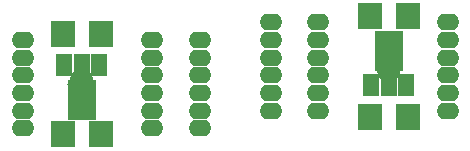
<source format=gbr>
G04 #@! TF.FileFunction,Soldermask,Top*
%FSLAX46Y46*%
G04 Gerber Fmt 4.6, Leading zero omitted, Abs format (unit mm)*
G04 Created by KiCad (PCBNEW 4.0.6) date 08/21/17 17:29:22*
%MOMM*%
%LPD*%
G01*
G04 APERTURE LIST*
%ADD10C,0.100000*%
%ADD11R,2.000000X2.200000*%
%ADD12O,1.924000X1.400000*%
%ADD13R,1.400760X1.901140*%
%ADD14R,2.398980X3.399740*%
G04 APERTURE END LIST*
D10*
D11*
X8400000Y-6500000D03*
X11600000Y-6500000D03*
X8400000Y-15000000D03*
X11600000Y-15000000D03*
D12*
X5000000Y-7000000D03*
X5000000Y-8500000D03*
X5000000Y-10000000D03*
X5000000Y-11500000D03*
X5000000Y-13000000D03*
X5000000Y-14500000D03*
X20000000Y-7000000D03*
X20000000Y-8500000D03*
X20000000Y-10000000D03*
X20000000Y-11500000D03*
X20000000Y-13000000D03*
X20000000Y-14500000D03*
X16000000Y-7000000D03*
X16000000Y-8500000D03*
X16000000Y-10000000D03*
X16000000Y-11500000D03*
X16000000Y-13000000D03*
X16000000Y-14500000D03*
D13*
X11501140Y-9148340D03*
X10000000Y-9148340D03*
X8498860Y-9148340D03*
D14*
X10000000Y-12099820D03*
D10*
G36*
X8799240Y-10825350D02*
X9299620Y-9676050D01*
X10700380Y-9676050D01*
X11200760Y-10825350D01*
X8799240Y-10825350D01*
X8799240Y-10825350D01*
G37*
D11*
X37600000Y-13500000D03*
X34400000Y-13500000D03*
X37600000Y-5000000D03*
X34400000Y-5000000D03*
D12*
X26000000Y-13000000D03*
X26000000Y-11500000D03*
X26000000Y-10000000D03*
X26000000Y-8500000D03*
X26000000Y-7000000D03*
X26000000Y-5500000D03*
X30000000Y-13000000D03*
X30000000Y-11500000D03*
X30000000Y-10000000D03*
X30000000Y-8500000D03*
X30000000Y-7000000D03*
X30000000Y-5500000D03*
X41000000Y-13000000D03*
X41000000Y-11500000D03*
X41000000Y-10000000D03*
X41000000Y-8500000D03*
X41000000Y-7000000D03*
X41000000Y-5500000D03*
D13*
X34498860Y-10851660D03*
X36000000Y-10851660D03*
X37501140Y-10851660D03*
D14*
X36000000Y-7900180D03*
D10*
G36*
X37200760Y-9174650D02*
X36700380Y-10323950D01*
X35299620Y-10323950D01*
X34799240Y-9174650D01*
X37200760Y-9174650D01*
X37200760Y-9174650D01*
G37*
M02*

</source>
